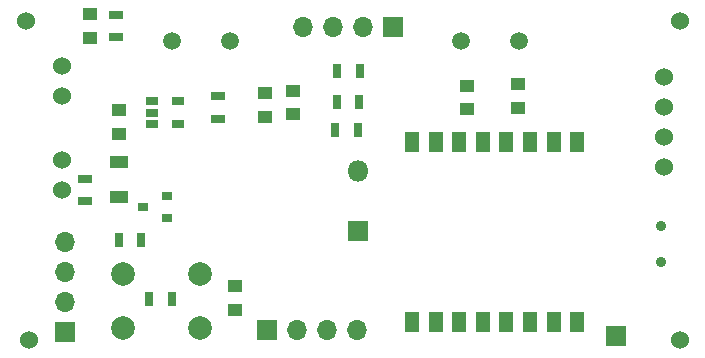
<source format=gbs>
G04 #@! TF.GenerationSoftware,KiCad,Pcbnew,5.1.6-c6e7f7d~87~ubuntu18.04.1*
G04 #@! TF.CreationDate,2020-08-29T18:15:57+05:30*
G04 #@! TF.ProjectId,Sensor_pcb_v2,53656e73-6f72-45f7-9063-625f76322e6b,rev?*
G04 #@! TF.SameCoordinates,Original*
G04 #@! TF.FileFunction,Soldermask,Bot*
G04 #@! TF.FilePolarity,Negative*
%FSLAX46Y46*%
G04 Gerber Fmt 4.6, Leading zero omitted, Abs format (unit mm)*
G04 Created by KiCad (PCBNEW 5.1.6-c6e7f7d~87~ubuntu18.04.1) date 2020-08-29 18:15:57*
%MOMM*%
%LPD*%
G01*
G04 APERTURE LIST*
%ADD10C,0.900000*%
%ADD11C,1.524000*%
%ADD12R,0.700000X1.300000*%
%ADD13R,1.300000X0.700000*%
%ADD14R,0.900000X0.800000*%
%ADD15R,1.700000X1.700000*%
%ADD16O,1.700000X1.700000*%
%ADD17R,1.600000X1.000000*%
%ADD18R,1.200000X1.700000*%
%ADD19R,1.250000X1.000000*%
%ADD20O,1.800000X1.800000*%
%ADD21R,1.800000X1.800000*%
%ADD22R,1.060000X0.650000*%
%ADD23C,1.500000*%
%ADD24C,2.000000*%
G04 APERTURE END LIST*
D10*
X149268000Y-37108000D03*
X149268000Y-40108000D03*
D11*
X95783400Y-46750000D03*
X150860000Y-46758900D03*
X150866000Y-19700000D03*
X95498900Y-19700200D03*
D12*
X105948000Y-43235900D03*
X107848000Y-43235900D03*
D13*
X100470000Y-33078400D03*
X100470000Y-34978400D03*
D14*
X107416000Y-34526200D03*
X107416000Y-36426200D03*
X105416000Y-35476200D03*
D15*
X115941000Y-45877500D03*
D16*
X118481000Y-45877500D03*
X121021000Y-45877500D03*
X123561000Y-45877500D03*
D11*
X98554700Y-26050600D03*
X98544700Y-23510600D03*
D16*
X98826300Y-38442900D03*
X98826300Y-40982900D03*
X98826300Y-43522900D03*
D15*
X98826300Y-46062900D03*
D17*
X103398000Y-34622700D03*
X103398000Y-31622700D03*
D18*
X142192000Y-29953900D03*
X140192000Y-29953900D03*
X138192000Y-29953900D03*
X136192000Y-29953900D03*
X134192000Y-29953900D03*
X132192000Y-29953900D03*
X130192000Y-29953900D03*
X128192000Y-29953900D03*
X128192000Y-45183900D03*
X130192000Y-45183900D03*
X132192000Y-45183900D03*
X134192000Y-45183900D03*
X136192000Y-45183900D03*
X138192000Y-45183900D03*
X140192000Y-45183900D03*
X142192000Y-45183900D03*
D15*
X145440000Y-46349900D03*
D12*
X123711000Y-26583600D03*
X121811000Y-26583600D03*
X121872000Y-23977600D03*
X123772000Y-23977600D03*
D15*
X126548000Y-20233600D03*
D16*
X124008000Y-20233600D03*
X121468000Y-20233600D03*
X118928000Y-20233600D03*
D11*
X98570000Y-33988100D03*
X98560000Y-31448100D03*
D19*
X115743000Y-25847100D03*
X115743000Y-27847100D03*
X137185000Y-25075600D03*
X137185000Y-27075600D03*
X132852000Y-27202600D03*
X132852000Y-25202600D03*
X118125000Y-25606500D03*
X118125000Y-27606500D03*
X100932000Y-21160000D03*
X100932000Y-19160000D03*
X103373000Y-27244800D03*
X103373000Y-29244800D03*
X113231000Y-42185100D03*
X113231000Y-44185100D03*
D12*
X103380000Y-38249900D03*
X105280000Y-38249900D03*
D13*
X103147000Y-19161700D03*
X103147000Y-21061700D03*
X111730000Y-26090800D03*
X111730000Y-27990800D03*
D12*
X121686000Y-28943300D03*
X123586000Y-28943300D03*
D20*
X123619000Y-32374800D03*
D21*
X123619000Y-37454800D03*
D22*
X106190000Y-28407400D03*
X106190000Y-27457400D03*
X106190000Y-26507400D03*
X108390000Y-26507400D03*
X108390000Y-28407400D03*
D11*
X149499000Y-24452600D03*
X149499000Y-26992600D03*
X149499000Y-29532600D03*
X149499000Y-32072600D03*
D23*
X132374000Y-21435100D03*
X137254000Y-21435100D03*
X112784000Y-21435100D03*
X107904000Y-21435100D03*
D24*
X103761000Y-45661600D03*
X103761000Y-41161600D03*
X110261000Y-45661600D03*
X110261000Y-41161600D03*
M02*

</source>
